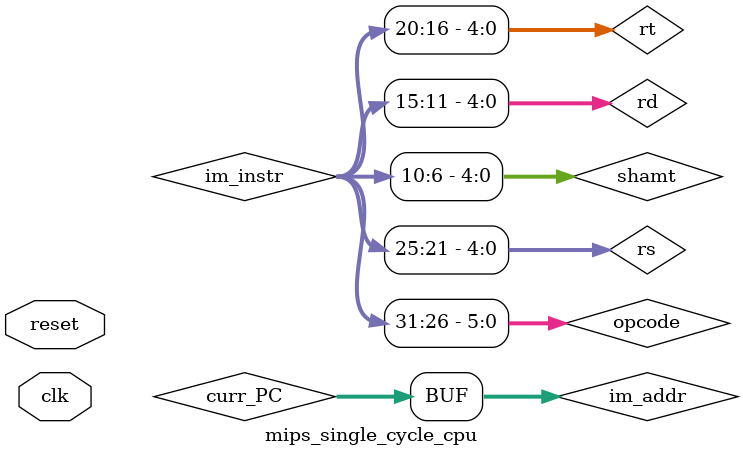
<source format=v>
`include "alu.v"
`include "control_module.v"
`include "data_memory.v"
`include "instruction_memory.v"
`include "program_counter.v"
`include "register_file.v"
`include "sign_extender.v"


module mips_single_cycle_cpu(
    input clk,
    input reset
);

//For PC
wire[31:0] curr_PC, next_PC;

// For Instruction Memory
wire[31:0] im_addr, im_instr;

// For Register File
wire rf_we;
wire[4:0] rf_ra1, rf_ra2, rf_wa; 
wire[31:0] rf_rd1, rf_rd2, rf_wd;

// For Sign Extender
wire [15:0] se_instr;
wire [31:0] se_signimm;

// For ALU
wire[31:0] alu_srcA,alu_srcB,alu_out;
wire[2:0] alu_opcode;
wire alu_zero;

//For Data Memory
wire[31:0] dm_addr,dm_data_i, dm_data_o;
wire dm_we;

// Control Unit Output
wire MemtoReg,MemWrite,Branch,ALUSrc,RegDst,RegWrite;
wire[2:0] ALUCtl;

// Instruction Decoder
wire[5:0] opcode, funct; 
wire[4:0] rs,rt,rd,shamt;
wire[15:0] imm;
wire[24:0] addr;

assign opcode   = im_instr[31:26];              // MIPS OPCODE is always top 6bits
assign rs       = im_instr[25:21];              // R Type Instr Src A
assign rt       = im_instr[20:16];              // R Type Instr Src B
assign rd       = im_instr[15:11];              // R Type Instr Destination 
assign shamt    = im_instr[10:6];               // R Type Shift Amount
assign funct    = im_instr[5:0];                // R Type Instr Funct Field

assign im_addr = curr_PC;
assign rf_wa = (RegDst) ? rd : rt;
assign alu_srcB = (ALUSrc) ?  se_signimm : rf_rd2;
assign rf_wd = (MemtoReg) ? dm_data_o : alu_out; 
assign next_PC = (Branch & alu_zero) ? ({se_signimm[30:0],1'b0} + (curr_PC + 3'd4)):(curr_PC + 3'd4);
assign alu_opcode = ALUCtl;
assign rf_we = RegWrite;

program_counter     PC(clk,reset,next_PC,curr_PC);
instruction_memory  IM(im_addr,im_instr);
sign_extender       SE(se_instr,se_signimm);
register_file       RF(clk, rf_we, rf_ra1, rf_ra2, rf_wa, rf_wd,rf_rd1,rf_rd2);
alu                 ALU(alu_srcA,alu_srcB,alu_opcode,alu_out,alu_zero);
data_memory         DM(clk,dm_addr,dm_data_i,MemWrite,dm_data_o);
control_module      CM(opcode,funct,Mem2Reg,MemWrite,Branch,ALUCtl,ALUSrc,RegDest,RegWrite);
endmodule
</source>
